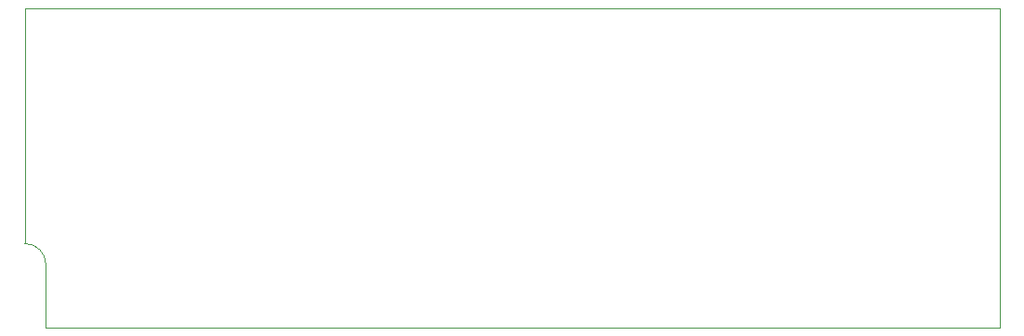
<source format=gbr>
%TF.GenerationSoftware,KiCad,Pcbnew,6.0.0+dfsg1-2*%
%TF.CreationDate,2022-02-11T22:47:22+03:00*%
%TF.ProjectId,simm3016_n,73696d6d-3330-4313-965f-6e2e6b696361,rev?*%
%TF.SameCoordinates,Original*%
%TF.FileFunction,Profile,NP*%
%FSLAX46Y46*%
G04 Gerber Fmt 4.6, Leading zero omitted, Abs format (unit mm)*
G04 Created by KiCad (PCBNEW 6.0.0+dfsg1-2) date 2022-02-11 22:47:22*
%MOMM*%
%LPD*%
G01*
G04 APERTURE LIST*
%TA.AperFunction,Profile*%
%ADD10C,0.100000*%
%TD*%
G04 APERTURE END LIST*
D10*
X223950000Y-133950000D02*
X223950000Y-119300000D01*
X135150000Y-116750000D02*
X223950000Y-116750000D01*
X223950000Y-119300000D02*
X223950000Y-116750000D01*
X135150000Y-133950000D02*
X135150000Y-119300000D01*
X135150000Y-116750000D02*
X135150000Y-119300000D01*
%TO.C,J1*%
X135150000Y-133950000D02*
X135150000Y-138193503D01*
X137050000Y-145850000D02*
X223950000Y-145850000D01*
X137050000Y-140093503D02*
X137050000Y-145850000D01*
X223950000Y-145850000D02*
X223950000Y-133950000D01*
X137050000Y-140093503D02*
G75*
G03*
X135150000Y-138193503I-1900000J0D01*
G01*
%TD*%
M02*

</source>
